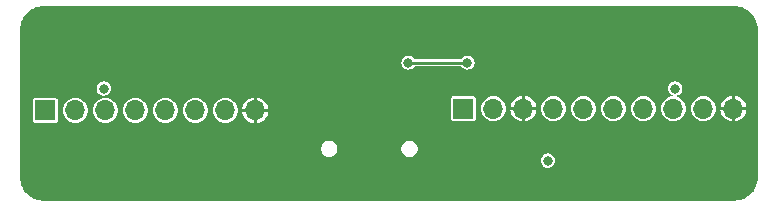
<source format=gbr>
%TF.GenerationSoftware,KiCad,Pcbnew,7.0.7*%
%TF.CreationDate,2023-12-21T12:45:23+01:00*%
%TF.ProjectId,IR range extender v0r1,49522072-616e-4676-9520-657874656e64,rev?*%
%TF.SameCoordinates,Original*%
%TF.FileFunction,Copper,L4,Bot*%
%TF.FilePolarity,Positive*%
%FSLAX46Y46*%
G04 Gerber Fmt 4.6, Leading zero omitted, Abs format (unit mm)*
G04 Created by KiCad (PCBNEW 7.0.7) date 2023-12-21 12:45:23*
%MOMM*%
%LPD*%
G01*
G04 APERTURE LIST*
%TA.AperFunction,ComponentPad*%
%ADD10R,1.700000X1.700000*%
%TD*%
%TA.AperFunction,ComponentPad*%
%ADD11O,1.700000X1.700000*%
%TD*%
%TA.AperFunction,ViaPad*%
%ADD12C,0.800000*%
%TD*%
%TA.AperFunction,Conductor*%
%ADD13C,0.250000*%
%TD*%
G04 APERTURE END LIST*
D10*
%TO.P,J2,1,Pin_1*%
%TO.N,unconnected-(J2-Pin_1-Pad1)*%
X63660000Y-84350000D03*
D11*
%TO.P,J2,2,Pin_2*%
%TO.N,A7*%
X66200000Y-84350000D03*
%TO.P,J2,3,Pin_3*%
%TO.N,unconnected-(J2-Pin_3-Pad3)*%
X68740000Y-84350000D03*
%TO.P,J2,4,Pin_4*%
%TO.N,unconnected-(J2-Pin_4-Pad4)*%
X71280000Y-84350000D03*
%TO.P,J2,5,Pin_5*%
%TO.N,unconnected-(J2-Pin_5-Pad5)*%
X73820000Y-84350000D03*
%TO.P,J2,6,Pin_6*%
%TO.N,unconnected-(J2-Pin_6-Pad6)*%
X76360000Y-84350000D03*
%TO.P,J2,7,Pin_7*%
%TO.N,unconnected-(J2-Pin_7-Pad7)*%
X78900000Y-84350000D03*
%TO.P,J2,8,Pin_8*%
%TO.N,GND*%
X81440000Y-84350000D03*
%TD*%
D10*
%TO.P,J1,1,Pin_1*%
%TO.N,+3.3V*%
X99060000Y-84200000D03*
D11*
%TO.P,J1,2,Pin_2*%
%TO.N,unconnected-(J1-Pin_2-Pad2)*%
X101600000Y-84200000D03*
%TO.P,J1,3,Pin_3*%
%TO.N,GND*%
X104140000Y-84200000D03*
%TO.P,J1,4,Pin_4*%
%TO.N,unconnected-(J1-Pin_4-Pad4)*%
X106680000Y-84200000D03*
%TO.P,J1,5,Pin_5*%
%TO.N,unconnected-(J1-Pin_5-Pad5)*%
X109220000Y-84200000D03*
%TO.P,J1,6,Pin_6*%
%TO.N,unconnected-(J1-Pin_6-Pad6)*%
X111760000Y-84200000D03*
%TO.P,J1,7,Pin_7*%
%TO.N,unconnected-(J1-Pin_7-Pad7)*%
X114300000Y-84200000D03*
%TO.P,J1,8,Pin_8*%
%TO.N,unconnected-(J1-Pin_8-Pad8)*%
X116840000Y-84200000D03*
%TO.P,J1,9,Pin_9*%
%TO.N,unconnected-(J1-Pin_9-Pad9)*%
X119380000Y-84200000D03*
%TO.P,J1,10,Pin_10*%
%TO.N,GND*%
X121920000Y-84200000D03*
%TD*%
D12*
%TO.N,+3.3V*%
X68600000Y-82500000D03*
X106200000Y-88600000D03*
X117000000Y-82500000D03*
%TO.N,Net-(Q2-B)*%
X94400000Y-80300000D03*
X99400000Y-80300000D03*
%TD*%
D13*
%TO.N,Net-(Q2-B)*%
X99400000Y-80300000D02*
X94400000Y-80300000D01*
%TD*%
%TA.AperFunction,Conductor*%
%TO.N,GND*%
G36*
X121986799Y-75514780D02*
G01*
X122069468Y-75520198D01*
X122253136Y-75533333D01*
X122257014Y-75533854D01*
X122375239Y-75557370D01*
X122521142Y-75589110D01*
X122524539Y-75590052D01*
X122645215Y-75631016D01*
X122778992Y-75680912D01*
X122781878Y-75682158D01*
X122898739Y-75739787D01*
X123021904Y-75807040D01*
X123024289Y-75808484D01*
X123082361Y-75847286D01*
X123133113Y-75881198D01*
X123134484Y-75882168D01*
X123245381Y-75965184D01*
X123247264Y-75966711D01*
X123346037Y-76053333D01*
X123347542Y-76054742D01*
X123445256Y-76152456D01*
X123446665Y-76153961D01*
X123533287Y-76252734D01*
X123534822Y-76254627D01*
X123617826Y-76365508D01*
X123618800Y-76366885D01*
X123691508Y-76475699D01*
X123692964Y-76478104D01*
X123760213Y-76601261D01*
X123817830Y-76718097D01*
X123819093Y-76721023D01*
X123868985Y-76854789D01*
X123909942Y-76975448D01*
X123910895Y-76978881D01*
X123942637Y-77124803D01*
X123966141Y-77242968D01*
X123966666Y-77246870D01*
X123979804Y-77430578D01*
X123983076Y-77480496D01*
X123985219Y-77513200D01*
X123985286Y-77515244D01*
X123985286Y-89984755D01*
X123985219Y-89986800D01*
X123983323Y-90015725D01*
X123979804Y-90069421D01*
X123966666Y-90253128D01*
X123966141Y-90257029D01*
X123942637Y-90375196D01*
X123910895Y-90521117D01*
X123909942Y-90524549D01*
X123868985Y-90645210D01*
X123819093Y-90778975D01*
X123817830Y-90781901D01*
X123760213Y-90898738D01*
X123692964Y-91021894D01*
X123691508Y-91024299D01*
X123618800Y-91133113D01*
X123617826Y-91134490D01*
X123534822Y-91245371D01*
X123533287Y-91247264D01*
X123446665Y-91346037D01*
X123445256Y-91347542D01*
X123347542Y-91445256D01*
X123346037Y-91446665D01*
X123247264Y-91533287D01*
X123245371Y-91534822D01*
X123134490Y-91617826D01*
X123133113Y-91618800D01*
X123024299Y-91691508D01*
X123021894Y-91692964D01*
X122898738Y-91760213D01*
X122781901Y-91817830D01*
X122778975Y-91819093D01*
X122645210Y-91868985D01*
X122524549Y-91909942D01*
X122521117Y-91910895D01*
X122375196Y-91942637D01*
X122257029Y-91966141D01*
X122253128Y-91966666D01*
X122069421Y-91979804D01*
X122018073Y-91983170D01*
X121986799Y-91985219D01*
X121984756Y-91985286D01*
X63515244Y-91985286D01*
X63513200Y-91985219D01*
X63480496Y-91983076D01*
X63430578Y-91979804D01*
X63246870Y-91966666D01*
X63242968Y-91966141D01*
X63124803Y-91942637D01*
X62978881Y-91910895D01*
X62975448Y-91909942D01*
X62854789Y-91868985D01*
X62721023Y-91819093D01*
X62718102Y-91817832D01*
X62601257Y-91760210D01*
X62478104Y-91692964D01*
X62475699Y-91691508D01*
X62366885Y-91618800D01*
X62365508Y-91617826D01*
X62254627Y-91534822D01*
X62252734Y-91533287D01*
X62153961Y-91446665D01*
X62152456Y-91445256D01*
X62054742Y-91347542D01*
X62053333Y-91346037D01*
X61966711Y-91247264D01*
X61965184Y-91245381D01*
X61882168Y-91134484D01*
X61881198Y-91133113D01*
X61856338Y-91095907D01*
X61808484Y-91024289D01*
X61807040Y-91021904D01*
X61739787Y-90898738D01*
X61682158Y-90781878D01*
X61680912Y-90778992D01*
X61631015Y-90645210D01*
X61590052Y-90524539D01*
X61589110Y-90521142D01*
X61557370Y-90375239D01*
X61533854Y-90257014D01*
X61533333Y-90253136D01*
X61520194Y-90069410D01*
X61514780Y-89986800D01*
X61514714Y-89984756D01*
X61514714Y-88600000D01*
X105594318Y-88600000D01*
X105614956Y-88756763D01*
X105614956Y-88756766D01*
X105675463Y-88902839D01*
X105675464Y-88902841D01*
X105771714Y-89028278D01*
X105771721Y-89028285D01*
X105865798Y-89100472D01*
X105897159Y-89124536D01*
X105989274Y-89162691D01*
X106043235Y-89185043D01*
X106043238Y-89185044D01*
X106200000Y-89205682D01*
X106356762Y-89185044D01*
X106356764Y-89185043D01*
X106356766Y-89185043D01*
X106421365Y-89158284D01*
X106502841Y-89124536D01*
X106628282Y-89028282D01*
X106724536Y-88902841D01*
X106758284Y-88821365D01*
X106785043Y-88756766D01*
X106785043Y-88756764D01*
X106785044Y-88756762D01*
X106805682Y-88600000D01*
X106785044Y-88443238D01*
X106785043Y-88443235D01*
X106785043Y-88443233D01*
X106724536Y-88297160D01*
X106724535Y-88297158D01*
X106628285Y-88171721D01*
X106628278Y-88171714D01*
X106502841Y-88075464D01*
X106502839Y-88075463D01*
X106356764Y-88014956D01*
X106200000Y-87994318D01*
X106043236Y-88014956D01*
X106043233Y-88014956D01*
X105897160Y-88075463D01*
X105897158Y-88075464D01*
X105771721Y-88171714D01*
X105771714Y-88171721D01*
X105675464Y-88297158D01*
X105675463Y-88297160D01*
X105614956Y-88443233D01*
X105614956Y-88443236D01*
X105594318Y-88599999D01*
X105594318Y-88600000D01*
X61514714Y-88600000D01*
X61514714Y-87684388D01*
X87005002Y-87684388D01*
X87045391Y-87848259D01*
X87045391Y-87848260D01*
X87045392Y-87848261D01*
X87123827Y-87997705D01*
X87235747Y-88124036D01*
X87374646Y-88219911D01*
X87374646Y-88219912D01*
X87471059Y-88256476D01*
X87532456Y-88279761D01*
X87657959Y-88295000D01*
X87657963Y-88295000D01*
X87742041Y-88295000D01*
X87742045Y-88295000D01*
X87867548Y-88279761D01*
X88025357Y-88219912D01*
X88164257Y-88124036D01*
X88276177Y-87997705D01*
X88354612Y-87848261D01*
X88395002Y-87684388D01*
X93804998Y-87684388D01*
X93845387Y-87848259D01*
X93845387Y-87848260D01*
X93845388Y-87848261D01*
X93923823Y-87997705D01*
X94035743Y-88124036D01*
X94174642Y-88219911D01*
X94174642Y-88219912D01*
X94271055Y-88256476D01*
X94332452Y-88279761D01*
X94457955Y-88295000D01*
X94457959Y-88295000D01*
X94542037Y-88295000D01*
X94542041Y-88295000D01*
X94667544Y-88279761D01*
X94825353Y-88219912D01*
X94964253Y-88124036D01*
X95076173Y-87997705D01*
X95154608Y-87848261D01*
X95194998Y-87684388D01*
X95194998Y-87515612D01*
X95154608Y-87351739D01*
X95076173Y-87202295D01*
X94964253Y-87075964D01*
X94825353Y-86980088D01*
X94825353Y-86980087D01*
X94667545Y-86920239D01*
X94642443Y-86917191D01*
X94542041Y-86905000D01*
X94457955Y-86905000D01*
X94374286Y-86915159D01*
X94332450Y-86920239D01*
X94174642Y-86980087D01*
X94174642Y-86980088D01*
X94035744Y-87075963D01*
X94035742Y-87075965D01*
X93923822Y-87202296D01*
X93845387Y-87351740D01*
X93804998Y-87515611D01*
X93804998Y-87684388D01*
X88395002Y-87684388D01*
X88395002Y-87515612D01*
X88354612Y-87351739D01*
X88276177Y-87202295D01*
X88164257Y-87075964D01*
X88025357Y-86980088D01*
X88025357Y-86980087D01*
X87867549Y-86920239D01*
X87842447Y-86917191D01*
X87742045Y-86905000D01*
X87657959Y-86905000D01*
X87574290Y-86915159D01*
X87532454Y-86920239D01*
X87374646Y-86980087D01*
X87374646Y-86980088D01*
X87235748Y-87075963D01*
X87235746Y-87075965D01*
X87123826Y-87202296D01*
X87045391Y-87351740D01*
X87005002Y-87515611D01*
X87005002Y-87684388D01*
X61514714Y-87684388D01*
X61514714Y-85219744D01*
X62609499Y-85219744D01*
X62613303Y-85238866D01*
X62621133Y-85278231D01*
X62665448Y-85344552D01*
X62731769Y-85388867D01*
X62790252Y-85400500D01*
X62790255Y-85400500D01*
X64529745Y-85400500D01*
X64529748Y-85400500D01*
X64588231Y-85388867D01*
X64654552Y-85344552D01*
X64698867Y-85278231D01*
X64710500Y-85219748D01*
X64710500Y-84350000D01*
X65144417Y-84350000D01*
X65164700Y-84555936D01*
X65164702Y-84555942D01*
X65224766Y-84753952D01*
X65224767Y-84753954D01*
X65322312Y-84936446D01*
X65322314Y-84936449D01*
X65322315Y-84936450D01*
X65453590Y-85096410D01*
X65613550Y-85227685D01*
X65613551Y-85227685D01*
X65613553Y-85227687D01*
X65796045Y-85325232D01*
X65796047Y-85325233D01*
X65938763Y-85368524D01*
X65994066Y-85385300D01*
X66200000Y-85405583D01*
X66405934Y-85385300D01*
X66540264Y-85344552D01*
X66603952Y-85325233D01*
X66603954Y-85325232D01*
X66734259Y-85255582D01*
X66786450Y-85227685D01*
X66946410Y-85096410D01*
X67077685Y-84936450D01*
X67175232Y-84753954D01*
X67176054Y-84751246D01*
X67221555Y-84601246D01*
X67235300Y-84555934D01*
X67255583Y-84350000D01*
X67255583Y-84349999D01*
X67684417Y-84349999D01*
X67704700Y-84555936D01*
X67704702Y-84555942D01*
X67764766Y-84753952D01*
X67764767Y-84753954D01*
X67862312Y-84936446D01*
X67862314Y-84936449D01*
X67862315Y-84936450D01*
X67993590Y-85096410D01*
X68153550Y-85227685D01*
X68153551Y-85227685D01*
X68153553Y-85227687D01*
X68336045Y-85325232D01*
X68336047Y-85325233D01*
X68478763Y-85368524D01*
X68534066Y-85385300D01*
X68740000Y-85405583D01*
X68945934Y-85385300D01*
X69080264Y-85344552D01*
X69143952Y-85325233D01*
X69143954Y-85325232D01*
X69274259Y-85255582D01*
X69326450Y-85227685D01*
X69486410Y-85096410D01*
X69617685Y-84936450D01*
X69715232Y-84753954D01*
X69716054Y-84751246D01*
X69761555Y-84601246D01*
X69775300Y-84555934D01*
X69795583Y-84350000D01*
X69795583Y-84349999D01*
X70224417Y-84349999D01*
X70244700Y-84555936D01*
X70244702Y-84555942D01*
X70304766Y-84753952D01*
X70304767Y-84753954D01*
X70402312Y-84936446D01*
X70402314Y-84936449D01*
X70402315Y-84936450D01*
X70533590Y-85096410D01*
X70693550Y-85227685D01*
X70693551Y-85227685D01*
X70693553Y-85227687D01*
X70876045Y-85325232D01*
X70876047Y-85325233D01*
X71018763Y-85368524D01*
X71074066Y-85385300D01*
X71280000Y-85405583D01*
X71485934Y-85385300D01*
X71620264Y-85344552D01*
X71683952Y-85325233D01*
X71683954Y-85325232D01*
X71814259Y-85255582D01*
X71866450Y-85227685D01*
X72026410Y-85096410D01*
X72157685Y-84936450D01*
X72255232Y-84753954D01*
X72256054Y-84751246D01*
X72301555Y-84601246D01*
X72315300Y-84555934D01*
X72335583Y-84350000D01*
X72335583Y-84349999D01*
X72764417Y-84349999D01*
X72784700Y-84555936D01*
X72784702Y-84555942D01*
X72844766Y-84753952D01*
X72844767Y-84753954D01*
X72942312Y-84936446D01*
X72942314Y-84936449D01*
X72942315Y-84936450D01*
X73073590Y-85096410D01*
X73233550Y-85227685D01*
X73233551Y-85227685D01*
X73233553Y-85227687D01*
X73416045Y-85325232D01*
X73416047Y-85325233D01*
X73558763Y-85368524D01*
X73614066Y-85385300D01*
X73820000Y-85405583D01*
X74025934Y-85385300D01*
X74160264Y-85344552D01*
X74223952Y-85325233D01*
X74223954Y-85325232D01*
X74354259Y-85255582D01*
X74406450Y-85227685D01*
X74566410Y-85096410D01*
X74697685Y-84936450D01*
X74795232Y-84753954D01*
X74796054Y-84751246D01*
X74841555Y-84601246D01*
X74855300Y-84555934D01*
X74875583Y-84350000D01*
X75304417Y-84350000D01*
X75324700Y-84555936D01*
X75324702Y-84555942D01*
X75384766Y-84753952D01*
X75384767Y-84753954D01*
X75482312Y-84936446D01*
X75482314Y-84936449D01*
X75482315Y-84936450D01*
X75613590Y-85096410D01*
X75773550Y-85227685D01*
X75773551Y-85227685D01*
X75773553Y-85227687D01*
X75956045Y-85325232D01*
X75956047Y-85325233D01*
X76098763Y-85368524D01*
X76154066Y-85385300D01*
X76360000Y-85405583D01*
X76565934Y-85385300D01*
X76700264Y-85344552D01*
X76763952Y-85325233D01*
X76763954Y-85325232D01*
X76894259Y-85255582D01*
X76946450Y-85227685D01*
X77106410Y-85096410D01*
X77237685Y-84936450D01*
X77335232Y-84753954D01*
X77336054Y-84751246D01*
X77381555Y-84601246D01*
X77395300Y-84555934D01*
X77415583Y-84350000D01*
X77415583Y-84349999D01*
X77844417Y-84349999D01*
X77864700Y-84555936D01*
X77864702Y-84555942D01*
X77924766Y-84753952D01*
X77924767Y-84753954D01*
X78022312Y-84936446D01*
X78022314Y-84936449D01*
X78022315Y-84936450D01*
X78153590Y-85096410D01*
X78313550Y-85227685D01*
X78313551Y-85227685D01*
X78313553Y-85227687D01*
X78496045Y-85325232D01*
X78496047Y-85325233D01*
X78638763Y-85368524D01*
X78694066Y-85385300D01*
X78900000Y-85405583D01*
X79105934Y-85385300D01*
X79240264Y-85344552D01*
X79303952Y-85325233D01*
X79303954Y-85325232D01*
X79434259Y-85255582D01*
X79486450Y-85227685D01*
X79646410Y-85096410D01*
X79777685Y-84936450D01*
X79875232Y-84753954D01*
X79876054Y-84751246D01*
X79921555Y-84601246D01*
X79935300Y-84555934D01*
X79942976Y-84478000D01*
X80341122Y-84478000D01*
X80348172Y-84554091D01*
X80348172Y-84554093D01*
X80404268Y-84751246D01*
X80495629Y-84934723D01*
X80495634Y-84934731D01*
X80619151Y-85098294D01*
X80619158Y-85098301D01*
X80770629Y-85236386D01*
X80770628Y-85236386D01*
X80944902Y-85344292D01*
X81136028Y-85418334D01*
X81136039Y-85418337D01*
X81311999Y-85451230D01*
X81312000Y-85451230D01*
X81312000Y-84909444D01*
X81330452Y-84864896D01*
X81375000Y-84846444D01*
X81383958Y-84847084D01*
X81404237Y-84850000D01*
X81404243Y-84850000D01*
X81475757Y-84850000D01*
X81475763Y-84850000D01*
X81496034Y-84847085D01*
X81542754Y-84859009D01*
X81567359Y-84900477D01*
X81568000Y-84909444D01*
X81568000Y-85451230D01*
X81743960Y-85418337D01*
X81743971Y-85418334D01*
X81935097Y-85344292D01*
X82109370Y-85236386D01*
X82260841Y-85098301D01*
X82260848Y-85098294D01*
X82282405Y-85069748D01*
X98009500Y-85069748D01*
X98021133Y-85128231D01*
X98065448Y-85194552D01*
X98131769Y-85238867D01*
X98190252Y-85250500D01*
X98190255Y-85250500D01*
X99929745Y-85250500D01*
X99929748Y-85250500D01*
X99988231Y-85238867D01*
X100054552Y-85194552D01*
X100098867Y-85128231D01*
X100110500Y-85069748D01*
X100110500Y-84200000D01*
X100544417Y-84200000D01*
X100564700Y-84405936D01*
X100564702Y-84405942D01*
X100624766Y-84603952D01*
X100624767Y-84603954D01*
X100722312Y-84786446D01*
X100722314Y-84786449D01*
X100722315Y-84786450D01*
X100853590Y-84946410D01*
X101013550Y-85077685D01*
X101013551Y-85077685D01*
X101013553Y-85077687D01*
X101196045Y-85175232D01*
X101196047Y-85175233D01*
X101338763Y-85218524D01*
X101394066Y-85235300D01*
X101600000Y-85255583D01*
X101805934Y-85235300D01*
X101940264Y-85194552D01*
X102003952Y-85175233D01*
X102003954Y-85175232D01*
X102091886Y-85128231D01*
X102186450Y-85077685D01*
X102346410Y-84946410D01*
X102477685Y-84786450D01*
X102575232Y-84603954D01*
X102576054Y-84601246D01*
X102613439Y-84478000D01*
X102635300Y-84405934D01*
X102642976Y-84328000D01*
X103041122Y-84328000D01*
X103048172Y-84404091D01*
X103048172Y-84404093D01*
X103104268Y-84601246D01*
X103195629Y-84784723D01*
X103195634Y-84784731D01*
X103319151Y-84948294D01*
X103319158Y-84948301D01*
X103470629Y-85086386D01*
X103470628Y-85086386D01*
X103644902Y-85194292D01*
X103836028Y-85268334D01*
X103836039Y-85268337D01*
X104011999Y-85301230D01*
X104012000Y-85301230D01*
X104012000Y-84759444D01*
X104030452Y-84714896D01*
X104075000Y-84696444D01*
X104083958Y-84697084D01*
X104104237Y-84700000D01*
X104104243Y-84700000D01*
X104175757Y-84700000D01*
X104175763Y-84700000D01*
X104196034Y-84697085D01*
X104242754Y-84709009D01*
X104267359Y-84750477D01*
X104268000Y-84759444D01*
X104268000Y-85301230D01*
X104443960Y-85268337D01*
X104443971Y-85268334D01*
X104635097Y-85194292D01*
X104809370Y-85086386D01*
X104960841Y-84948301D01*
X104960848Y-84948294D01*
X105084365Y-84784731D01*
X105084370Y-84784723D01*
X105175731Y-84601246D01*
X105231827Y-84404093D01*
X105231827Y-84404091D01*
X105238878Y-84328000D01*
X104703000Y-84328000D01*
X104658452Y-84309548D01*
X104640000Y-84265000D01*
X104640000Y-84200000D01*
X105624417Y-84200000D01*
X105644700Y-84405936D01*
X105644702Y-84405942D01*
X105704766Y-84603952D01*
X105704767Y-84603954D01*
X105802312Y-84786446D01*
X105802314Y-84786449D01*
X105802315Y-84786450D01*
X105933590Y-84946410D01*
X106093550Y-85077685D01*
X106093551Y-85077685D01*
X106093553Y-85077687D01*
X106276045Y-85175232D01*
X106276047Y-85175233D01*
X106418763Y-85218524D01*
X106474066Y-85235300D01*
X106680000Y-85255583D01*
X106885934Y-85235300D01*
X107020264Y-85194552D01*
X107083952Y-85175233D01*
X107083954Y-85175232D01*
X107171886Y-85128231D01*
X107266450Y-85077685D01*
X107426410Y-84946410D01*
X107557685Y-84786450D01*
X107655232Y-84603954D01*
X107656054Y-84601246D01*
X107693439Y-84478000D01*
X107715300Y-84405934D01*
X107735583Y-84200000D01*
X107735583Y-84199999D01*
X108164417Y-84199999D01*
X108184700Y-84405936D01*
X108184702Y-84405942D01*
X108244766Y-84603952D01*
X108244767Y-84603954D01*
X108342312Y-84786446D01*
X108342314Y-84786449D01*
X108342315Y-84786450D01*
X108473590Y-84946410D01*
X108633550Y-85077685D01*
X108633551Y-85077685D01*
X108633553Y-85077687D01*
X108816045Y-85175232D01*
X108816047Y-85175233D01*
X108958763Y-85218524D01*
X109014066Y-85235300D01*
X109220000Y-85255583D01*
X109425934Y-85235300D01*
X109560264Y-85194552D01*
X109623952Y-85175233D01*
X109623954Y-85175232D01*
X109711886Y-85128231D01*
X109806450Y-85077685D01*
X109966410Y-84946410D01*
X110097685Y-84786450D01*
X110195232Y-84603954D01*
X110196054Y-84601246D01*
X110233439Y-84478000D01*
X110255300Y-84405934D01*
X110275583Y-84200000D01*
X110275583Y-84199999D01*
X110704417Y-84199999D01*
X110724700Y-84405936D01*
X110724702Y-84405942D01*
X110784766Y-84603952D01*
X110784767Y-84603954D01*
X110882312Y-84786446D01*
X110882314Y-84786449D01*
X110882315Y-84786450D01*
X111013590Y-84946410D01*
X111173550Y-85077685D01*
X111173551Y-85077685D01*
X111173553Y-85077687D01*
X111356045Y-85175232D01*
X111356047Y-85175233D01*
X111498763Y-85218524D01*
X111554066Y-85235300D01*
X111760000Y-85255583D01*
X111965934Y-85235300D01*
X112100264Y-85194552D01*
X112163952Y-85175233D01*
X112163954Y-85175232D01*
X112251886Y-85128231D01*
X112346450Y-85077685D01*
X112506410Y-84946410D01*
X112637685Y-84786450D01*
X112735232Y-84603954D01*
X112736054Y-84601246D01*
X112773439Y-84478000D01*
X112795300Y-84405934D01*
X112815583Y-84200000D01*
X112815583Y-84199999D01*
X113244417Y-84199999D01*
X113264700Y-84405936D01*
X113264702Y-84405942D01*
X113324766Y-84603952D01*
X113324767Y-84603954D01*
X113422312Y-84786446D01*
X113422314Y-84786449D01*
X113422315Y-84786450D01*
X113553590Y-84946410D01*
X113713550Y-85077685D01*
X113713551Y-85077685D01*
X113713553Y-85077687D01*
X113896045Y-85175232D01*
X113896047Y-85175233D01*
X114038763Y-85218524D01*
X114094066Y-85235300D01*
X114300000Y-85255583D01*
X114505934Y-85235300D01*
X114640264Y-85194552D01*
X114703952Y-85175233D01*
X114703954Y-85175232D01*
X114791886Y-85128231D01*
X114886450Y-85077685D01*
X115046410Y-84946410D01*
X115177685Y-84786450D01*
X115275232Y-84603954D01*
X115276054Y-84601246D01*
X115313439Y-84478000D01*
X115335300Y-84405934D01*
X115355583Y-84200000D01*
X115355583Y-84199999D01*
X115784417Y-84199999D01*
X115804700Y-84405936D01*
X115804702Y-84405942D01*
X115864766Y-84603952D01*
X115864767Y-84603954D01*
X115962312Y-84786446D01*
X115962314Y-84786449D01*
X115962315Y-84786450D01*
X116093590Y-84946410D01*
X116253550Y-85077685D01*
X116253551Y-85077685D01*
X116253553Y-85077687D01*
X116436045Y-85175232D01*
X116436047Y-85175233D01*
X116578763Y-85218524D01*
X116634066Y-85235300D01*
X116840000Y-85255583D01*
X117045934Y-85235300D01*
X117180264Y-85194552D01*
X117243952Y-85175233D01*
X117243954Y-85175232D01*
X117331886Y-85128231D01*
X117426450Y-85077685D01*
X117586410Y-84946410D01*
X117717685Y-84786450D01*
X117815232Y-84603954D01*
X117816054Y-84601246D01*
X117853439Y-84478000D01*
X117875300Y-84405934D01*
X117895583Y-84200000D01*
X118324417Y-84200000D01*
X118344700Y-84405936D01*
X118344702Y-84405942D01*
X118404766Y-84603952D01*
X118404767Y-84603954D01*
X118502312Y-84786446D01*
X118502314Y-84786449D01*
X118502315Y-84786450D01*
X118633590Y-84946410D01*
X118793550Y-85077685D01*
X118793551Y-85077685D01*
X118793553Y-85077687D01*
X118976045Y-85175232D01*
X118976047Y-85175233D01*
X119118763Y-85218524D01*
X119174066Y-85235300D01*
X119380000Y-85255583D01*
X119585934Y-85235300D01*
X119720264Y-85194552D01*
X119783952Y-85175233D01*
X119783954Y-85175232D01*
X119871886Y-85128231D01*
X119966450Y-85077685D01*
X120126410Y-84946410D01*
X120257685Y-84786450D01*
X120355232Y-84603954D01*
X120356054Y-84601246D01*
X120393439Y-84478000D01*
X120415300Y-84405934D01*
X120422976Y-84328000D01*
X120821122Y-84328000D01*
X120828172Y-84404091D01*
X120828172Y-84404093D01*
X120884268Y-84601246D01*
X120975629Y-84784723D01*
X120975634Y-84784731D01*
X121099151Y-84948294D01*
X121099158Y-84948301D01*
X121250629Y-85086386D01*
X121250628Y-85086386D01*
X121424902Y-85194292D01*
X121616028Y-85268334D01*
X121616039Y-85268337D01*
X121791999Y-85301230D01*
X121792000Y-85301230D01*
X121792000Y-84759444D01*
X121810452Y-84714896D01*
X121855000Y-84696444D01*
X121863958Y-84697084D01*
X121884237Y-84700000D01*
X121884243Y-84700000D01*
X121955757Y-84700000D01*
X121955763Y-84700000D01*
X121976034Y-84697085D01*
X122022754Y-84709009D01*
X122047359Y-84750477D01*
X122048000Y-84759444D01*
X122048000Y-85301230D01*
X122223960Y-85268337D01*
X122223971Y-85268334D01*
X122415097Y-85194292D01*
X122589370Y-85086386D01*
X122740841Y-84948301D01*
X122740848Y-84948294D01*
X122864365Y-84784731D01*
X122864370Y-84784723D01*
X122955731Y-84601246D01*
X123011827Y-84404093D01*
X123011827Y-84404091D01*
X123018878Y-84328000D01*
X122483000Y-84328000D01*
X122438452Y-84309548D01*
X122420000Y-84265000D01*
X122420000Y-84135000D01*
X122438452Y-84090452D01*
X122483000Y-84072000D01*
X123018877Y-84072000D01*
X123018877Y-84071999D01*
X123011827Y-83995908D01*
X123011827Y-83995906D01*
X122955731Y-83798753D01*
X122864370Y-83615276D01*
X122864365Y-83615268D01*
X122740848Y-83451705D01*
X122740841Y-83451698D01*
X122589370Y-83313613D01*
X122589371Y-83313613D01*
X122415097Y-83205707D01*
X122223971Y-83131665D01*
X122223961Y-83131662D01*
X122047999Y-83098768D01*
X122048000Y-83640555D01*
X122029548Y-83685103D01*
X121985000Y-83703555D01*
X121976037Y-83702914D01*
X121955764Y-83700000D01*
X121955763Y-83700000D01*
X121884237Y-83700000D01*
X121884236Y-83700000D01*
X121863963Y-83702914D01*
X121817244Y-83690988D01*
X121792641Y-83649518D01*
X121792000Y-83640555D01*
X121792000Y-83098768D01*
X121616038Y-83131662D01*
X121616028Y-83131665D01*
X121424902Y-83205707D01*
X121250629Y-83313613D01*
X121099158Y-83451698D01*
X121099151Y-83451705D01*
X120975634Y-83615268D01*
X120975629Y-83615276D01*
X120884268Y-83798753D01*
X120828172Y-83995906D01*
X120828172Y-83995908D01*
X120821122Y-84071999D01*
X120821123Y-84072000D01*
X121357000Y-84072000D01*
X121401548Y-84090452D01*
X121420000Y-84135000D01*
X121420000Y-84265000D01*
X121401548Y-84309548D01*
X121357000Y-84328000D01*
X120821122Y-84328000D01*
X120422976Y-84328000D01*
X120435583Y-84200000D01*
X120415300Y-83994066D01*
X120394364Y-83925048D01*
X120355233Y-83796047D01*
X120355232Y-83796045D01*
X120257687Y-83613553D01*
X120247958Y-83601698D01*
X120126410Y-83453590D01*
X119966450Y-83322315D01*
X119966449Y-83322314D01*
X119966446Y-83322312D01*
X119783954Y-83224767D01*
X119783952Y-83224766D01*
X119585942Y-83164702D01*
X119585936Y-83164700D01*
X119431608Y-83149500D01*
X119380000Y-83144417D01*
X119379999Y-83144417D01*
X119174063Y-83164700D01*
X119174057Y-83164702D01*
X118976047Y-83224766D01*
X118976045Y-83224767D01*
X118793553Y-83322312D01*
X118633590Y-83453590D01*
X118502312Y-83613553D01*
X118404767Y-83796045D01*
X118404766Y-83796047D01*
X118344702Y-83994057D01*
X118344700Y-83994063D01*
X118324417Y-84200000D01*
X117895583Y-84200000D01*
X117875300Y-83994066D01*
X117854364Y-83925048D01*
X117815233Y-83796047D01*
X117815232Y-83796045D01*
X117717687Y-83613553D01*
X117707958Y-83601698D01*
X117586410Y-83453590D01*
X117426450Y-83322315D01*
X117426449Y-83322314D01*
X117426446Y-83322312D01*
X117243954Y-83224767D01*
X117243952Y-83224766D01*
X117167393Y-83201543D01*
X117130120Y-83170954D01*
X117125394Y-83122968D01*
X117155983Y-83085695D01*
X117161572Y-83083052D01*
X117228264Y-83055426D01*
X117302841Y-83024536D01*
X117428282Y-82928282D01*
X117524536Y-82802841D01*
X117558284Y-82721365D01*
X117585043Y-82656766D01*
X117585043Y-82656764D01*
X117585044Y-82656762D01*
X117605682Y-82500000D01*
X117585044Y-82343238D01*
X117585043Y-82343235D01*
X117585043Y-82343233D01*
X117524536Y-82197160D01*
X117524535Y-82197158D01*
X117428285Y-82071721D01*
X117428278Y-82071714D01*
X117302841Y-81975464D01*
X117302839Y-81975463D01*
X117156764Y-81914956D01*
X117000000Y-81894318D01*
X116843236Y-81914956D01*
X116843233Y-81914956D01*
X116697160Y-81975463D01*
X116697158Y-81975464D01*
X116571721Y-82071714D01*
X116571714Y-82071721D01*
X116475464Y-82197158D01*
X116475463Y-82197160D01*
X116414956Y-82343233D01*
X116414956Y-82343236D01*
X116394318Y-82499999D01*
X116394318Y-82500000D01*
X116414956Y-82656763D01*
X116414956Y-82656766D01*
X116475463Y-82802839D01*
X116475464Y-82802841D01*
X116571714Y-82928278D01*
X116571721Y-82928285D01*
X116697155Y-83024533D01*
X116697159Y-83024536D01*
X116726056Y-83036505D01*
X116760150Y-83070599D01*
X116760151Y-83118818D01*
X116726056Y-83152913D01*
X116708121Y-83157406D01*
X116634066Y-83164700D01*
X116634063Y-83164700D01*
X116634062Y-83164701D01*
X116634057Y-83164702D01*
X116436047Y-83224766D01*
X116436045Y-83224767D01*
X116253553Y-83322312D01*
X116093590Y-83453590D01*
X115962312Y-83613553D01*
X115864767Y-83796045D01*
X115864766Y-83796047D01*
X115804702Y-83994057D01*
X115804700Y-83994063D01*
X115784417Y-84199999D01*
X115355583Y-84199999D01*
X115335300Y-83994066D01*
X115314364Y-83925048D01*
X115275233Y-83796047D01*
X115275232Y-83796045D01*
X115177687Y-83613553D01*
X115167958Y-83601698D01*
X115046410Y-83453590D01*
X114886450Y-83322315D01*
X114886449Y-83322314D01*
X114886446Y-83322312D01*
X114703954Y-83224767D01*
X114703952Y-83224766D01*
X114505942Y-83164702D01*
X114505936Y-83164700D01*
X114300000Y-83144417D01*
X114094063Y-83164700D01*
X114094057Y-83164702D01*
X113896047Y-83224766D01*
X113896045Y-83224767D01*
X113713553Y-83322312D01*
X113553590Y-83453590D01*
X113422312Y-83613553D01*
X113324767Y-83796045D01*
X113324766Y-83796047D01*
X113264702Y-83994057D01*
X113264700Y-83994063D01*
X113244417Y-84199999D01*
X112815583Y-84199999D01*
X112795300Y-83994066D01*
X112774364Y-83925048D01*
X112735233Y-83796047D01*
X112735232Y-83796045D01*
X112637687Y-83613553D01*
X112627958Y-83601698D01*
X112506410Y-83453590D01*
X112346450Y-83322315D01*
X112346449Y-83322314D01*
X112346446Y-83322312D01*
X112163954Y-83224767D01*
X112163952Y-83224766D01*
X111965942Y-83164702D01*
X111965936Y-83164700D01*
X111760000Y-83144417D01*
X111554063Y-83164700D01*
X111554057Y-83164702D01*
X111356047Y-83224766D01*
X111356045Y-83224767D01*
X111173553Y-83322312D01*
X111013590Y-83453590D01*
X110882312Y-83613553D01*
X110784767Y-83796045D01*
X110784766Y-83796047D01*
X110724702Y-83994057D01*
X110724700Y-83994063D01*
X110704417Y-84199999D01*
X110275583Y-84199999D01*
X110255300Y-83994066D01*
X110234364Y-83925048D01*
X110195233Y-83796047D01*
X110195232Y-83796045D01*
X110097687Y-83613553D01*
X110087958Y-83601698D01*
X109966410Y-83453590D01*
X109806450Y-83322315D01*
X109806449Y-83322314D01*
X109806446Y-83322312D01*
X109623954Y-83224767D01*
X109623952Y-83224766D01*
X109425942Y-83164702D01*
X109425936Y-83164700D01*
X109271608Y-83149500D01*
X109220000Y-83144417D01*
X109219999Y-83144417D01*
X109014063Y-83164700D01*
X109014057Y-83164702D01*
X108816047Y-83224766D01*
X108816045Y-83224767D01*
X108633553Y-83322312D01*
X108473590Y-83453590D01*
X108342312Y-83613553D01*
X108244767Y-83796045D01*
X108244766Y-83796047D01*
X108184702Y-83994057D01*
X108184700Y-83994063D01*
X108164417Y-84199999D01*
X107735583Y-84199999D01*
X107715300Y-83994066D01*
X107694364Y-83925048D01*
X107655233Y-83796047D01*
X107655232Y-83796045D01*
X107557687Y-83613553D01*
X107547958Y-83601698D01*
X107426410Y-83453590D01*
X107266450Y-83322315D01*
X107266449Y-83322314D01*
X107266446Y-83322312D01*
X107083954Y-83224767D01*
X107083952Y-83224766D01*
X106885942Y-83164702D01*
X106885936Y-83164700D01*
X106680000Y-83144417D01*
X106474063Y-83164700D01*
X106474057Y-83164702D01*
X106276047Y-83224766D01*
X106276045Y-83224767D01*
X106093553Y-83322312D01*
X105933590Y-83453590D01*
X105802312Y-83613553D01*
X105704767Y-83796045D01*
X105704766Y-83796047D01*
X105644702Y-83994057D01*
X105644700Y-83994063D01*
X105624417Y-84200000D01*
X104640000Y-84200000D01*
X104640000Y-84135000D01*
X104658452Y-84090452D01*
X104703000Y-84072000D01*
X105238877Y-84072000D01*
X105238877Y-84071999D01*
X105231827Y-83995908D01*
X105231827Y-83995906D01*
X105175731Y-83798753D01*
X105084370Y-83615276D01*
X105084365Y-83615268D01*
X104960848Y-83451705D01*
X104960841Y-83451698D01*
X104809370Y-83313613D01*
X104809371Y-83313613D01*
X104635097Y-83205707D01*
X104443971Y-83131665D01*
X104443961Y-83131662D01*
X104268000Y-83098768D01*
X104268000Y-83640555D01*
X104249548Y-83685103D01*
X104205000Y-83703555D01*
X104196037Y-83702914D01*
X104175764Y-83700000D01*
X104175763Y-83700000D01*
X104104237Y-83700000D01*
X104104236Y-83700000D01*
X104083963Y-83702914D01*
X104037244Y-83690988D01*
X104012641Y-83649518D01*
X104012000Y-83640555D01*
X104012000Y-83098768D01*
X103836038Y-83131662D01*
X103836028Y-83131665D01*
X103644902Y-83205707D01*
X103470629Y-83313613D01*
X103319158Y-83451698D01*
X103319151Y-83451705D01*
X103195634Y-83615268D01*
X103195629Y-83615276D01*
X103104268Y-83798753D01*
X103048172Y-83995906D01*
X103048172Y-83995908D01*
X103041122Y-84071999D01*
X103041123Y-84072000D01*
X103577000Y-84072000D01*
X103621548Y-84090452D01*
X103640000Y-84135000D01*
X103640000Y-84265000D01*
X103621548Y-84309548D01*
X103577000Y-84328000D01*
X103041122Y-84328000D01*
X102642976Y-84328000D01*
X102655583Y-84200000D01*
X102635300Y-83994066D01*
X102614364Y-83925048D01*
X102575233Y-83796047D01*
X102575232Y-83796045D01*
X102477687Y-83613553D01*
X102467958Y-83601698D01*
X102346410Y-83453590D01*
X102186450Y-83322315D01*
X102186449Y-83322314D01*
X102186446Y-83322312D01*
X102003954Y-83224767D01*
X102003952Y-83224766D01*
X101805942Y-83164702D01*
X101805936Y-83164700D01*
X101600000Y-83144417D01*
X101394063Y-83164700D01*
X101394057Y-83164702D01*
X101196047Y-83224766D01*
X101196045Y-83224767D01*
X101013553Y-83322312D01*
X100853590Y-83453590D01*
X100722312Y-83613553D01*
X100624767Y-83796045D01*
X100624766Y-83796047D01*
X100564702Y-83994057D01*
X100564700Y-83994063D01*
X100544417Y-84200000D01*
X100110500Y-84200000D01*
X100110500Y-83330252D01*
X100098867Y-83271769D01*
X100054552Y-83205448D01*
X99988231Y-83161133D01*
X99929748Y-83149500D01*
X98190252Y-83149500D01*
X98150506Y-83157406D01*
X98131768Y-83161133D01*
X98065449Y-83205447D01*
X98065447Y-83205449D01*
X98021133Y-83271768D01*
X98018224Y-83286389D01*
X98009500Y-83330252D01*
X98009500Y-85069748D01*
X82282405Y-85069748D01*
X82384365Y-84934731D01*
X82384370Y-84934723D01*
X82475731Y-84751246D01*
X82531827Y-84554093D01*
X82531827Y-84554091D01*
X82538878Y-84478000D01*
X82003000Y-84478000D01*
X81958452Y-84459548D01*
X81940000Y-84415000D01*
X81940000Y-84285000D01*
X81958452Y-84240452D01*
X82003000Y-84222000D01*
X82538877Y-84222000D01*
X82538877Y-84221999D01*
X82531827Y-84145908D01*
X82531827Y-84145906D01*
X82475731Y-83948753D01*
X82384370Y-83765276D01*
X82384365Y-83765268D01*
X82260848Y-83601705D01*
X82260841Y-83601698D01*
X82109370Y-83463613D01*
X82109371Y-83463613D01*
X81935097Y-83355707D01*
X81743971Y-83281665D01*
X81743961Y-83281662D01*
X81568000Y-83248768D01*
X81568000Y-83790555D01*
X81549548Y-83835103D01*
X81505000Y-83853555D01*
X81496037Y-83852914D01*
X81475764Y-83850000D01*
X81475763Y-83850000D01*
X81404237Y-83850000D01*
X81404236Y-83850000D01*
X81383963Y-83852914D01*
X81337244Y-83840988D01*
X81312641Y-83799518D01*
X81312000Y-83790555D01*
X81312000Y-83248768D01*
X81136038Y-83281662D01*
X81136028Y-83281665D01*
X80944902Y-83355707D01*
X80770629Y-83463613D01*
X80619158Y-83601698D01*
X80619151Y-83601705D01*
X80495634Y-83765268D01*
X80495629Y-83765276D01*
X80404268Y-83948753D01*
X80348172Y-84145906D01*
X80348172Y-84145908D01*
X80341122Y-84221999D01*
X80341123Y-84222000D01*
X80877000Y-84222000D01*
X80921548Y-84240452D01*
X80940000Y-84285000D01*
X80940000Y-84415000D01*
X80921548Y-84459548D01*
X80877000Y-84478000D01*
X80341122Y-84478000D01*
X79942976Y-84478000D01*
X79955583Y-84350000D01*
X79935300Y-84144066D01*
X79913439Y-84071999D01*
X79875233Y-83946047D01*
X79875232Y-83946045D01*
X79777687Y-83763553D01*
X79777685Y-83763550D01*
X79646410Y-83603590D01*
X79486450Y-83472315D01*
X79486449Y-83472314D01*
X79486446Y-83472312D01*
X79303954Y-83374767D01*
X79303952Y-83374766D01*
X79105942Y-83314702D01*
X79105936Y-83314700D01*
X78951608Y-83299500D01*
X78900000Y-83294417D01*
X78899999Y-83294417D01*
X78694063Y-83314700D01*
X78694057Y-83314702D01*
X78496047Y-83374766D01*
X78496045Y-83374767D01*
X78313553Y-83472312D01*
X78153590Y-83603590D01*
X78022312Y-83763553D01*
X77924767Y-83946045D01*
X77924766Y-83946047D01*
X77864702Y-84144057D01*
X77864700Y-84144063D01*
X77844417Y-84349999D01*
X77415583Y-84349999D01*
X77395300Y-84144066D01*
X77373439Y-84071999D01*
X77335233Y-83946047D01*
X77335232Y-83946045D01*
X77237687Y-83763553D01*
X77237685Y-83763550D01*
X77106410Y-83603590D01*
X76946450Y-83472315D01*
X76946449Y-83472314D01*
X76946446Y-83472312D01*
X76763954Y-83374767D01*
X76763952Y-83374766D01*
X76565942Y-83314702D01*
X76565936Y-83314700D01*
X76360000Y-83294417D01*
X76154063Y-83314700D01*
X76154057Y-83314702D01*
X75956047Y-83374766D01*
X75956045Y-83374767D01*
X75773553Y-83472312D01*
X75613590Y-83603590D01*
X75482312Y-83763553D01*
X75384767Y-83946045D01*
X75384766Y-83946047D01*
X75324702Y-84144057D01*
X75324700Y-84144063D01*
X75304417Y-84350000D01*
X74875583Y-84350000D01*
X74855300Y-84144066D01*
X74833439Y-84071999D01*
X74795233Y-83946047D01*
X74795232Y-83946045D01*
X74697687Y-83763553D01*
X74697685Y-83763550D01*
X74566410Y-83603590D01*
X74406450Y-83472315D01*
X74406449Y-83472314D01*
X74406446Y-83472312D01*
X74223954Y-83374767D01*
X74223952Y-83374766D01*
X74025942Y-83314702D01*
X74025936Y-83314700D01*
X73820000Y-83294417D01*
X73614063Y-83314700D01*
X73614057Y-83314702D01*
X73416047Y-83374766D01*
X73416045Y-83374767D01*
X73233553Y-83472312D01*
X73073590Y-83603590D01*
X72942312Y-83763553D01*
X72844767Y-83946045D01*
X72844766Y-83946047D01*
X72784702Y-84144057D01*
X72784700Y-84144063D01*
X72764417Y-84349999D01*
X72335583Y-84349999D01*
X72315300Y-84144066D01*
X72293439Y-84071999D01*
X72255233Y-83946047D01*
X72255232Y-83946045D01*
X72157687Y-83763553D01*
X72157685Y-83763550D01*
X72026410Y-83603590D01*
X71866450Y-83472315D01*
X71866449Y-83472314D01*
X71866446Y-83472312D01*
X71683954Y-83374767D01*
X71683952Y-83374766D01*
X71485942Y-83314702D01*
X71485936Y-83314700D01*
X71280000Y-83294417D01*
X71074063Y-83314700D01*
X71074057Y-83314702D01*
X70876047Y-83374766D01*
X70876045Y-83374767D01*
X70693553Y-83472312D01*
X70533590Y-83603590D01*
X70402312Y-83763553D01*
X70304767Y-83946045D01*
X70304766Y-83946047D01*
X70244702Y-84144057D01*
X70244700Y-84144063D01*
X70224417Y-84349999D01*
X69795583Y-84349999D01*
X69775300Y-84144066D01*
X69753439Y-84071999D01*
X69715233Y-83946047D01*
X69715232Y-83946045D01*
X69617687Y-83763553D01*
X69617685Y-83763550D01*
X69486410Y-83603590D01*
X69326450Y-83472315D01*
X69326449Y-83472314D01*
X69326446Y-83472312D01*
X69143954Y-83374767D01*
X69143952Y-83374766D01*
X68945942Y-83314702D01*
X68945936Y-83314700D01*
X68791608Y-83299500D01*
X68740000Y-83294417D01*
X68739999Y-83294417D01*
X68534063Y-83314700D01*
X68534057Y-83314702D01*
X68336047Y-83374766D01*
X68336045Y-83374767D01*
X68153553Y-83472312D01*
X67993590Y-83603590D01*
X67862312Y-83763553D01*
X67764767Y-83946045D01*
X67764766Y-83946047D01*
X67704702Y-84144057D01*
X67704700Y-84144063D01*
X67684417Y-84349999D01*
X67255583Y-84349999D01*
X67235300Y-84144066D01*
X67213439Y-84071999D01*
X67175233Y-83946047D01*
X67175232Y-83946045D01*
X67077687Y-83763553D01*
X67077685Y-83763550D01*
X66946410Y-83603590D01*
X66786450Y-83472315D01*
X66786449Y-83472314D01*
X66786446Y-83472312D01*
X66603954Y-83374767D01*
X66603952Y-83374766D01*
X66405942Y-83314702D01*
X66405936Y-83314700D01*
X66200000Y-83294417D01*
X65994063Y-83314700D01*
X65994057Y-83314702D01*
X65796047Y-83374766D01*
X65796045Y-83374767D01*
X65613553Y-83472312D01*
X65453590Y-83603590D01*
X65322312Y-83763553D01*
X65224767Y-83946045D01*
X65224766Y-83946047D01*
X65164702Y-84144057D01*
X65164700Y-84144063D01*
X65144417Y-84350000D01*
X64710500Y-84350000D01*
X64710500Y-83480252D01*
X64698867Y-83421769D01*
X64654552Y-83355448D01*
X64588231Y-83311133D01*
X64529748Y-83299500D01*
X62790252Y-83299500D01*
X62746389Y-83308224D01*
X62731768Y-83311133D01*
X62665449Y-83355447D01*
X62665447Y-83355449D01*
X62621133Y-83421768D01*
X62609499Y-83480255D01*
X62609499Y-85219744D01*
X61514714Y-85219744D01*
X61514714Y-82500000D01*
X67994318Y-82500000D01*
X68014956Y-82656763D01*
X68014956Y-82656766D01*
X68075463Y-82802839D01*
X68075464Y-82802841D01*
X68171714Y-82928278D01*
X68171721Y-82928285D01*
X68265798Y-83000472D01*
X68297159Y-83024536D01*
X68389274Y-83062691D01*
X68443235Y-83085043D01*
X68443238Y-83085044D01*
X68571984Y-83101993D01*
X68599999Y-83105682D01*
X68599999Y-83105681D01*
X68600000Y-83105682D01*
X68756762Y-83085044D01*
X68756764Y-83085043D01*
X68756766Y-83085043D01*
X68821365Y-83058284D01*
X68902841Y-83024536D01*
X69028282Y-82928282D01*
X69124536Y-82802841D01*
X69158284Y-82721365D01*
X69185043Y-82656766D01*
X69185043Y-82656764D01*
X69185044Y-82656762D01*
X69205682Y-82500000D01*
X69185044Y-82343238D01*
X69185043Y-82343235D01*
X69185043Y-82343233D01*
X69124536Y-82197160D01*
X69124535Y-82197158D01*
X69028285Y-82071721D01*
X69028278Y-82071714D01*
X68902841Y-81975464D01*
X68902839Y-81975463D01*
X68756764Y-81914956D01*
X68600000Y-81894318D01*
X68443236Y-81914956D01*
X68443233Y-81914956D01*
X68297160Y-81975463D01*
X68297158Y-81975464D01*
X68171721Y-82071714D01*
X68171714Y-82071721D01*
X68075464Y-82197158D01*
X68075463Y-82197160D01*
X68014956Y-82343233D01*
X68014956Y-82343236D01*
X67994318Y-82499999D01*
X67994318Y-82500000D01*
X61514714Y-82500000D01*
X61514714Y-80300000D01*
X93794318Y-80300000D01*
X93814956Y-80456763D01*
X93814956Y-80456766D01*
X93875463Y-80602839D01*
X93875464Y-80602841D01*
X93971714Y-80728278D01*
X93971721Y-80728285D01*
X94065798Y-80800472D01*
X94097159Y-80824536D01*
X94189274Y-80862691D01*
X94243235Y-80885043D01*
X94243238Y-80885044D01*
X94400000Y-80905682D01*
X94556762Y-80885044D01*
X94556764Y-80885043D01*
X94556766Y-80885043D01*
X94621365Y-80858284D01*
X94702841Y-80824536D01*
X94828282Y-80728282D01*
X94888236Y-80650146D01*
X94929993Y-80626039D01*
X94938217Y-80625500D01*
X98861783Y-80625500D01*
X98906331Y-80643952D01*
X98911756Y-80650138D01*
X98971715Y-80728278D01*
X98971719Y-80728283D01*
X98971721Y-80728285D01*
X99065798Y-80800472D01*
X99097159Y-80824536D01*
X99189274Y-80862691D01*
X99243235Y-80885043D01*
X99243238Y-80885044D01*
X99400000Y-80905682D01*
X99556762Y-80885044D01*
X99556764Y-80885043D01*
X99556766Y-80885043D01*
X99621365Y-80858284D01*
X99702841Y-80824536D01*
X99828282Y-80728282D01*
X99924536Y-80602841D01*
X99958284Y-80521365D01*
X99985043Y-80456766D01*
X99985043Y-80456764D01*
X99985044Y-80456762D01*
X100005682Y-80300000D01*
X99985044Y-80143238D01*
X99985043Y-80143235D01*
X99985043Y-80143233D01*
X99924536Y-79997160D01*
X99924535Y-79997158D01*
X99828285Y-79871721D01*
X99828278Y-79871714D01*
X99702841Y-79775464D01*
X99702839Y-79775463D01*
X99556764Y-79714956D01*
X99400000Y-79694318D01*
X99243236Y-79714956D01*
X99243233Y-79714956D01*
X99097160Y-79775463D01*
X99097158Y-79775464D01*
X98971721Y-79871714D01*
X98971719Y-79871716D01*
X98951112Y-79898571D01*
X98911763Y-79949853D01*
X98870007Y-79973961D01*
X98861783Y-79974500D01*
X94938217Y-79974500D01*
X94893669Y-79956048D01*
X94888243Y-79949861D01*
X94828282Y-79871718D01*
X94828280Y-79871717D01*
X94828280Y-79871716D01*
X94828278Y-79871714D01*
X94702841Y-79775464D01*
X94702839Y-79775463D01*
X94556764Y-79714956D01*
X94400000Y-79694318D01*
X94243236Y-79714956D01*
X94243233Y-79714956D01*
X94097160Y-79775463D01*
X94097158Y-79775464D01*
X93971721Y-79871714D01*
X93971714Y-79871721D01*
X93875464Y-79997158D01*
X93875463Y-79997160D01*
X93814956Y-80143233D01*
X93814956Y-80143236D01*
X93794318Y-80299999D01*
X93794318Y-80300000D01*
X61514714Y-80300000D01*
X61514714Y-77515243D01*
X61514780Y-77513200D01*
X61520196Y-77430555D01*
X61533333Y-77246859D01*
X61533854Y-77242989D01*
X61557364Y-77124791D01*
X61589112Y-76978848D01*
X61590049Y-76975469D01*
X61631023Y-76854765D01*
X61680918Y-76720992D01*
X61682151Y-76718135D01*
X61739793Y-76601248D01*
X61807045Y-76478085D01*
X61808471Y-76475729D01*
X61881217Y-76366858D01*
X61882142Y-76365549D01*
X61965204Y-76254592D01*
X61966684Y-76252766D01*
X62053357Y-76153934D01*
X62054712Y-76152487D01*
X62152487Y-76054712D01*
X62153934Y-76053357D01*
X62252766Y-75966684D01*
X62254592Y-75965204D01*
X62365549Y-75882142D01*
X62366858Y-75881217D01*
X62475729Y-75808471D01*
X62478085Y-75807045D01*
X62601248Y-75739793D01*
X62718135Y-75682151D01*
X62720992Y-75680918D01*
X62854765Y-75631023D01*
X62975469Y-75590049D01*
X62978848Y-75589112D01*
X63124770Y-75557368D01*
X63242989Y-75533854D01*
X63246859Y-75533333D01*
X63430484Y-75520201D01*
X63513200Y-75514780D01*
X63515243Y-75514714D01*
X121984757Y-75514714D01*
X121986799Y-75514780D01*
G37*
%TD.AperFunction*%
%TD*%
M02*

</source>
